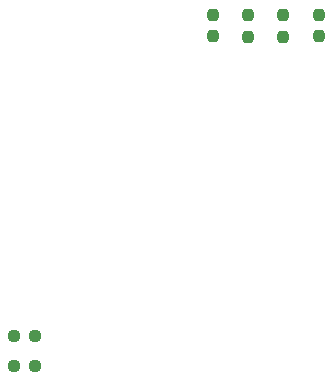
<source format=gbr>
%TF.GenerationSoftware,KiCad,Pcbnew,7.0.1*%
%TF.CreationDate,2023-05-11T10:15:00-05:00*%
%TF.ProjectId,i5ether,69356574-6865-4722-9e6b-696361645f70,rev?*%
%TF.SameCoordinates,Original*%
%TF.FileFunction,Paste,Top*%
%TF.FilePolarity,Positive*%
%FSLAX46Y46*%
G04 Gerber Fmt 4.6, Leading zero omitted, Abs format (unit mm)*
G04 Created by KiCad (PCBNEW 7.0.1) date 2023-05-11 10:15:00*
%MOMM*%
%LPD*%
G01*
G04 APERTURE LIST*
G04 Aperture macros list*
%AMRoundRect*
0 Rectangle with rounded corners*
0 $1 Rounding radius*
0 $2 $3 $4 $5 $6 $7 $8 $9 X,Y pos of 4 corners*
0 Add a 4 corners polygon primitive as box body*
4,1,4,$2,$3,$4,$5,$6,$7,$8,$9,$2,$3,0*
0 Add four circle primitives for the rounded corners*
1,1,$1+$1,$2,$3*
1,1,$1+$1,$4,$5*
1,1,$1+$1,$6,$7*
1,1,$1+$1,$8,$9*
0 Add four rect primitives between the rounded corners*
20,1,$1+$1,$2,$3,$4,$5,0*
20,1,$1+$1,$4,$5,$6,$7,0*
20,1,$1+$1,$6,$7,$8,$9,0*
20,1,$1+$1,$8,$9,$2,$3,0*%
G04 Aperture macros list end*
%ADD10RoundRect,0.237500X-0.237500X0.250000X-0.237500X-0.250000X0.237500X-0.250000X0.237500X0.250000X0*%
%ADD11RoundRect,0.237500X0.250000X0.237500X-0.250000X0.237500X-0.250000X-0.237500X0.250000X-0.237500X0*%
G04 APERTURE END LIST*
D10*
%TO.C,R2*%
X170140000Y-109265000D03*
X170140000Y-111090000D03*
%TD*%
%TO.C,R3*%
X167150000Y-109265000D03*
X167150000Y-111090000D03*
%TD*%
D11*
%TO.C,R5*%
X149122500Y-138990000D03*
X147297500Y-138990000D03*
%TD*%
D10*
%TO.C,R1*%
X173130000Y-109225000D03*
X173130000Y-111050000D03*
%TD*%
%TO.C,R4*%
X164140000Y-109225000D03*
X164140000Y-111050000D03*
%TD*%
D11*
%TO.C,R6*%
X149122500Y-136450000D03*
X147297500Y-136450000D03*
%TD*%
M02*

</source>
